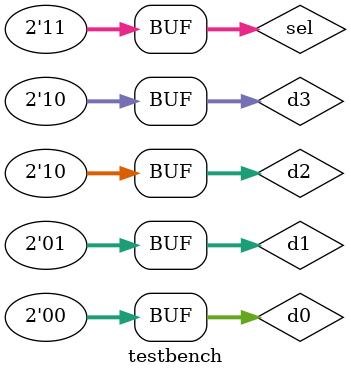
<source format=v>
`timescale 1 ns / 100 ps
module testbench;

  reg  [1:0] d0;
  reg  [1:0] d1;
  reg  [1:0] d2;
  reg  [1:0] d3;
  reg  [1:0] sel;
  wire [1:0] y;
 
  b2_mux_4_1_case b2_mux_4_1_case (d0, d1, d2, d3, sel, y);    

  initial 
  begin
    d0 = 2'b00;
    d1 = 2'b01;
    d2 = 2'b10;
    d3 = 2'b11;
    sel = 2'b00;     // sel change to 00; d0 -> y

    #10;
    sel = 2'b01;     // sel change to 01; d1 -> y

    #10;
    sel = 2'b10;     // sel change to 10; d2 -> y

    #10;
    sel = 2'b11;     // sel change to 11; d3 -> y

    #10;
    d3 = 2'b00;

    #10;
    d3 = 2'b10;
    #10;
  end

  initial 
    $monitor("d0=%b d1=%b d2=%b d3=%bsel=%b y=%b", 
              d0, d1, d2, d3, sel, y);
endmodule
</source>
